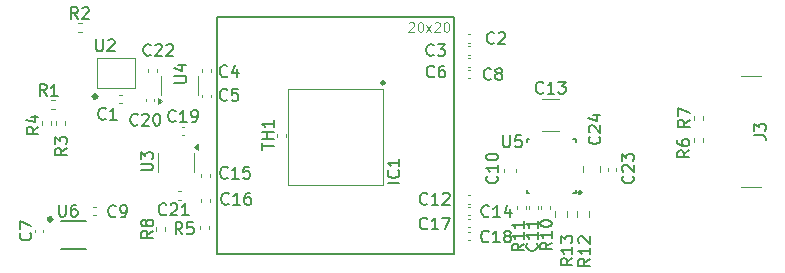
<source format=gbr>
%TF.GenerationSoftware,KiCad,Pcbnew,8.0.1*%
%TF.CreationDate,2024-04-08T01:45:07-04:00*%
%TF.ProjectId,NerdNOS,4e657264-4e4f-4532-9e6b-696361645f70,rev?*%
%TF.SameCoordinates,Original*%
%TF.FileFunction,Legend,Top*%
%TF.FilePolarity,Positive*%
%FSLAX46Y46*%
G04 Gerber Fmt 4.6, Leading zero omitted, Abs format (unit mm)*
G04 Created by KiCad (PCBNEW 8.0.1) date 2024-04-08 01:45:07*
%MOMM*%
%LPD*%
G01*
G04 APERTURE LIST*
%ADD10C,0.200000*%
%ADD11C,0.100000*%
%ADD12C,0.150000*%
%ADD13C,0.120000*%
%ADD14C,0.250000*%
%ADD15C,0.313180*%
%ADD16C,0.152400*%
%ADD17C,0.297065*%
G04 APERTURE END LIST*
D10*
X94300000Y-56100000D02*
X114300000Y-56100000D01*
X114300000Y-76100000D01*
X94300000Y-76100000D01*
X94300000Y-56100000D01*
D11*
X110518169Y-56573085D02*
X110556265Y-56534990D01*
X110556265Y-56534990D02*
X110632455Y-56496895D01*
X110632455Y-56496895D02*
X110822931Y-56496895D01*
X110822931Y-56496895D02*
X110899122Y-56534990D01*
X110899122Y-56534990D02*
X110937217Y-56573085D01*
X110937217Y-56573085D02*
X110975312Y-56649276D01*
X110975312Y-56649276D02*
X110975312Y-56725466D01*
X110975312Y-56725466D02*
X110937217Y-56839752D01*
X110937217Y-56839752D02*
X110480074Y-57296895D01*
X110480074Y-57296895D02*
X110975312Y-57296895D01*
X111470551Y-56496895D02*
X111546741Y-56496895D01*
X111546741Y-56496895D02*
X111622932Y-56534990D01*
X111622932Y-56534990D02*
X111661027Y-56573085D01*
X111661027Y-56573085D02*
X111699122Y-56649276D01*
X111699122Y-56649276D02*
X111737217Y-56801657D01*
X111737217Y-56801657D02*
X111737217Y-56992133D01*
X111737217Y-56992133D02*
X111699122Y-57144514D01*
X111699122Y-57144514D02*
X111661027Y-57220704D01*
X111661027Y-57220704D02*
X111622932Y-57258800D01*
X111622932Y-57258800D02*
X111546741Y-57296895D01*
X111546741Y-57296895D02*
X111470551Y-57296895D01*
X111470551Y-57296895D02*
X111394360Y-57258800D01*
X111394360Y-57258800D02*
X111356265Y-57220704D01*
X111356265Y-57220704D02*
X111318170Y-57144514D01*
X111318170Y-57144514D02*
X111280074Y-56992133D01*
X111280074Y-56992133D02*
X111280074Y-56801657D01*
X111280074Y-56801657D02*
X111318170Y-56649276D01*
X111318170Y-56649276D02*
X111356265Y-56573085D01*
X111356265Y-56573085D02*
X111394360Y-56534990D01*
X111394360Y-56534990D02*
X111470551Y-56496895D01*
X112003884Y-57296895D02*
X112422932Y-56763561D01*
X112003884Y-56763561D02*
X112422932Y-57296895D01*
X112689598Y-56573085D02*
X112727694Y-56534990D01*
X112727694Y-56534990D02*
X112803884Y-56496895D01*
X112803884Y-56496895D02*
X112994360Y-56496895D01*
X112994360Y-56496895D02*
X113070551Y-56534990D01*
X113070551Y-56534990D02*
X113108646Y-56573085D01*
X113108646Y-56573085D02*
X113146741Y-56649276D01*
X113146741Y-56649276D02*
X113146741Y-56725466D01*
X113146741Y-56725466D02*
X113108646Y-56839752D01*
X113108646Y-56839752D02*
X112651503Y-57296895D01*
X112651503Y-57296895D02*
X113146741Y-57296895D01*
X113641980Y-56496895D02*
X113718170Y-56496895D01*
X113718170Y-56496895D02*
X113794361Y-56534990D01*
X113794361Y-56534990D02*
X113832456Y-56573085D01*
X113832456Y-56573085D02*
X113870551Y-56649276D01*
X113870551Y-56649276D02*
X113908646Y-56801657D01*
X113908646Y-56801657D02*
X113908646Y-56992133D01*
X113908646Y-56992133D02*
X113870551Y-57144514D01*
X113870551Y-57144514D02*
X113832456Y-57220704D01*
X113832456Y-57220704D02*
X113794361Y-57258800D01*
X113794361Y-57258800D02*
X113718170Y-57296895D01*
X113718170Y-57296895D02*
X113641980Y-57296895D01*
X113641980Y-57296895D02*
X113565789Y-57258800D01*
X113565789Y-57258800D02*
X113527694Y-57220704D01*
X113527694Y-57220704D02*
X113489599Y-57144514D01*
X113489599Y-57144514D02*
X113451503Y-56992133D01*
X113451503Y-56992133D02*
X113451503Y-56801657D01*
X113451503Y-56801657D02*
X113489599Y-56649276D01*
X113489599Y-56649276D02*
X113527694Y-56573085D01*
X113527694Y-56573085D02*
X113565789Y-56534990D01*
X113565789Y-56534990D02*
X113641980Y-56496895D01*
D12*
X125854819Y-76542857D02*
X125378628Y-76876190D01*
X125854819Y-77114285D02*
X124854819Y-77114285D01*
X124854819Y-77114285D02*
X124854819Y-76733333D01*
X124854819Y-76733333D02*
X124902438Y-76638095D01*
X124902438Y-76638095D02*
X124950057Y-76590476D01*
X124950057Y-76590476D02*
X125045295Y-76542857D01*
X125045295Y-76542857D02*
X125188152Y-76542857D01*
X125188152Y-76542857D02*
X125283390Y-76590476D01*
X125283390Y-76590476D02*
X125331009Y-76638095D01*
X125331009Y-76638095D02*
X125378628Y-76733333D01*
X125378628Y-76733333D02*
X125378628Y-77114285D01*
X125854819Y-75590476D02*
X125854819Y-76161904D01*
X125854819Y-75876190D02*
X124854819Y-75876190D01*
X124854819Y-75876190D02*
X124997676Y-75971428D01*
X124997676Y-75971428D02*
X125092914Y-76066666D01*
X125092914Y-76066666D02*
X125140533Y-76161904D01*
X124950057Y-75209523D02*
X124902438Y-75161904D01*
X124902438Y-75161904D02*
X124854819Y-75066666D01*
X124854819Y-75066666D02*
X124854819Y-74828571D01*
X124854819Y-74828571D02*
X124902438Y-74733333D01*
X124902438Y-74733333D02*
X124950057Y-74685714D01*
X124950057Y-74685714D02*
X125045295Y-74638095D01*
X125045295Y-74638095D02*
X125140533Y-74638095D01*
X125140533Y-74638095D02*
X125283390Y-74685714D01*
X125283390Y-74685714D02*
X125854819Y-75257142D01*
X125854819Y-75257142D02*
X125854819Y-74638095D01*
X129459580Y-69542857D02*
X129507200Y-69590476D01*
X129507200Y-69590476D02*
X129554819Y-69733333D01*
X129554819Y-69733333D02*
X129554819Y-69828571D01*
X129554819Y-69828571D02*
X129507200Y-69971428D01*
X129507200Y-69971428D02*
X129411961Y-70066666D01*
X129411961Y-70066666D02*
X129316723Y-70114285D01*
X129316723Y-70114285D02*
X129126247Y-70161904D01*
X129126247Y-70161904D02*
X128983390Y-70161904D01*
X128983390Y-70161904D02*
X128792914Y-70114285D01*
X128792914Y-70114285D02*
X128697676Y-70066666D01*
X128697676Y-70066666D02*
X128602438Y-69971428D01*
X128602438Y-69971428D02*
X128554819Y-69828571D01*
X128554819Y-69828571D02*
X128554819Y-69733333D01*
X128554819Y-69733333D02*
X128602438Y-69590476D01*
X128602438Y-69590476D02*
X128650057Y-69542857D01*
X128650057Y-69161904D02*
X128602438Y-69114285D01*
X128602438Y-69114285D02*
X128554819Y-69019047D01*
X128554819Y-69019047D02*
X128554819Y-68780952D01*
X128554819Y-68780952D02*
X128602438Y-68685714D01*
X128602438Y-68685714D02*
X128650057Y-68638095D01*
X128650057Y-68638095D02*
X128745295Y-68590476D01*
X128745295Y-68590476D02*
X128840533Y-68590476D01*
X128840533Y-68590476D02*
X128983390Y-68638095D01*
X128983390Y-68638095D02*
X129554819Y-69209523D01*
X129554819Y-69209523D02*
X129554819Y-68590476D01*
X128554819Y-68257142D02*
X128554819Y-67638095D01*
X128554819Y-67638095D02*
X128935771Y-67971428D01*
X128935771Y-67971428D02*
X128935771Y-67828571D01*
X128935771Y-67828571D02*
X128983390Y-67733333D01*
X128983390Y-67733333D02*
X129031009Y-67685714D01*
X129031009Y-67685714D02*
X129126247Y-67638095D01*
X129126247Y-67638095D02*
X129364342Y-67638095D01*
X129364342Y-67638095D02*
X129459580Y-67685714D01*
X129459580Y-67685714D02*
X129507200Y-67733333D01*
X129507200Y-67733333D02*
X129554819Y-67828571D01*
X129554819Y-67828571D02*
X129554819Y-68114285D01*
X129554819Y-68114285D02*
X129507200Y-68209523D01*
X129507200Y-68209523D02*
X129459580Y-68257142D01*
X117959580Y-69542857D02*
X118007200Y-69590476D01*
X118007200Y-69590476D02*
X118054819Y-69733333D01*
X118054819Y-69733333D02*
X118054819Y-69828571D01*
X118054819Y-69828571D02*
X118007200Y-69971428D01*
X118007200Y-69971428D02*
X117911961Y-70066666D01*
X117911961Y-70066666D02*
X117816723Y-70114285D01*
X117816723Y-70114285D02*
X117626247Y-70161904D01*
X117626247Y-70161904D02*
X117483390Y-70161904D01*
X117483390Y-70161904D02*
X117292914Y-70114285D01*
X117292914Y-70114285D02*
X117197676Y-70066666D01*
X117197676Y-70066666D02*
X117102438Y-69971428D01*
X117102438Y-69971428D02*
X117054819Y-69828571D01*
X117054819Y-69828571D02*
X117054819Y-69733333D01*
X117054819Y-69733333D02*
X117102438Y-69590476D01*
X117102438Y-69590476D02*
X117150057Y-69542857D01*
X118054819Y-68590476D02*
X118054819Y-69161904D01*
X118054819Y-68876190D02*
X117054819Y-68876190D01*
X117054819Y-68876190D02*
X117197676Y-68971428D01*
X117197676Y-68971428D02*
X117292914Y-69066666D01*
X117292914Y-69066666D02*
X117340533Y-69161904D01*
X117054819Y-67971428D02*
X117054819Y-67876190D01*
X117054819Y-67876190D02*
X117102438Y-67780952D01*
X117102438Y-67780952D02*
X117150057Y-67733333D01*
X117150057Y-67733333D02*
X117245295Y-67685714D01*
X117245295Y-67685714D02*
X117435771Y-67638095D01*
X117435771Y-67638095D02*
X117673866Y-67638095D01*
X117673866Y-67638095D02*
X117864342Y-67685714D01*
X117864342Y-67685714D02*
X117959580Y-67733333D01*
X117959580Y-67733333D02*
X118007200Y-67780952D01*
X118007200Y-67780952D02*
X118054819Y-67876190D01*
X118054819Y-67876190D02*
X118054819Y-67971428D01*
X118054819Y-67971428D02*
X118007200Y-68066666D01*
X118007200Y-68066666D02*
X117959580Y-68114285D01*
X117959580Y-68114285D02*
X117864342Y-68161904D01*
X117864342Y-68161904D02*
X117673866Y-68209523D01*
X117673866Y-68209523D02*
X117435771Y-68209523D01*
X117435771Y-68209523D02*
X117245295Y-68161904D01*
X117245295Y-68161904D02*
X117150057Y-68114285D01*
X117150057Y-68114285D02*
X117102438Y-68066666D01*
X117102438Y-68066666D02*
X117054819Y-67971428D01*
X98054819Y-67285713D02*
X98054819Y-66714285D01*
X99054819Y-66999999D02*
X98054819Y-66999999D01*
X99054819Y-66380951D02*
X98054819Y-66380951D01*
X98531009Y-66380951D02*
X98531009Y-65809523D01*
X99054819Y-65809523D02*
X98054819Y-65809523D01*
X99054819Y-64809523D02*
X99054819Y-65380951D01*
X99054819Y-65095237D02*
X98054819Y-65095237D01*
X98054819Y-65095237D02*
X98197676Y-65190475D01*
X98197676Y-65190475D02*
X98292914Y-65285713D01*
X98292914Y-65285713D02*
X98340533Y-65380951D01*
X88854819Y-74166666D02*
X88378628Y-74499999D01*
X88854819Y-74738094D02*
X87854819Y-74738094D01*
X87854819Y-74738094D02*
X87854819Y-74357142D01*
X87854819Y-74357142D02*
X87902438Y-74261904D01*
X87902438Y-74261904D02*
X87950057Y-74214285D01*
X87950057Y-74214285D02*
X88045295Y-74166666D01*
X88045295Y-74166666D02*
X88188152Y-74166666D01*
X88188152Y-74166666D02*
X88283390Y-74214285D01*
X88283390Y-74214285D02*
X88331009Y-74261904D01*
X88331009Y-74261904D02*
X88378628Y-74357142D01*
X88378628Y-74357142D02*
X88378628Y-74738094D01*
X88283390Y-73595237D02*
X88235771Y-73690475D01*
X88235771Y-73690475D02*
X88188152Y-73738094D01*
X88188152Y-73738094D02*
X88092914Y-73785713D01*
X88092914Y-73785713D02*
X88045295Y-73785713D01*
X88045295Y-73785713D02*
X87950057Y-73738094D01*
X87950057Y-73738094D02*
X87902438Y-73690475D01*
X87902438Y-73690475D02*
X87854819Y-73595237D01*
X87854819Y-73595237D02*
X87854819Y-73404761D01*
X87854819Y-73404761D02*
X87902438Y-73309523D01*
X87902438Y-73309523D02*
X87950057Y-73261904D01*
X87950057Y-73261904D02*
X88045295Y-73214285D01*
X88045295Y-73214285D02*
X88092914Y-73214285D01*
X88092914Y-73214285D02*
X88188152Y-73261904D01*
X88188152Y-73261904D02*
X88235771Y-73309523D01*
X88235771Y-73309523D02*
X88283390Y-73404761D01*
X88283390Y-73404761D02*
X88283390Y-73595237D01*
X88283390Y-73595237D02*
X88331009Y-73690475D01*
X88331009Y-73690475D02*
X88378628Y-73738094D01*
X88378628Y-73738094D02*
X88473866Y-73785713D01*
X88473866Y-73785713D02*
X88664342Y-73785713D01*
X88664342Y-73785713D02*
X88759580Y-73738094D01*
X88759580Y-73738094D02*
X88807200Y-73690475D01*
X88807200Y-73690475D02*
X88854819Y-73595237D01*
X88854819Y-73595237D02*
X88854819Y-73404761D01*
X88854819Y-73404761D02*
X88807200Y-73309523D01*
X88807200Y-73309523D02*
X88759580Y-73261904D01*
X88759580Y-73261904D02*
X88664342Y-73214285D01*
X88664342Y-73214285D02*
X88473866Y-73214285D01*
X88473866Y-73214285D02*
X88378628Y-73261904D01*
X88378628Y-73261904D02*
X88331009Y-73309523D01*
X88331009Y-73309523D02*
X88283390Y-73404761D01*
X90654819Y-61624404D02*
X91464342Y-61624404D01*
X91464342Y-61624404D02*
X91559580Y-61576785D01*
X91559580Y-61576785D02*
X91607200Y-61529166D01*
X91607200Y-61529166D02*
X91654819Y-61433928D01*
X91654819Y-61433928D02*
X91654819Y-61243452D01*
X91654819Y-61243452D02*
X91607200Y-61148214D01*
X91607200Y-61148214D02*
X91559580Y-61100595D01*
X91559580Y-61100595D02*
X91464342Y-61052976D01*
X91464342Y-61052976D02*
X90654819Y-61052976D01*
X90988152Y-60148214D02*
X91654819Y-60148214D01*
X90607200Y-60386309D02*
X91321485Y-60624404D01*
X91321485Y-60624404D02*
X91321485Y-60005357D01*
X134284819Y-64766666D02*
X133808628Y-65099999D01*
X134284819Y-65338094D02*
X133284819Y-65338094D01*
X133284819Y-65338094D02*
X133284819Y-64957142D01*
X133284819Y-64957142D02*
X133332438Y-64861904D01*
X133332438Y-64861904D02*
X133380057Y-64814285D01*
X133380057Y-64814285D02*
X133475295Y-64766666D01*
X133475295Y-64766666D02*
X133618152Y-64766666D01*
X133618152Y-64766666D02*
X133713390Y-64814285D01*
X133713390Y-64814285D02*
X133761009Y-64861904D01*
X133761009Y-64861904D02*
X133808628Y-64957142D01*
X133808628Y-64957142D02*
X133808628Y-65338094D01*
X133284819Y-64433332D02*
X133284819Y-63766666D01*
X133284819Y-63766666D02*
X134284819Y-64195237D01*
X95133333Y-63059580D02*
X95085714Y-63107200D01*
X95085714Y-63107200D02*
X94942857Y-63154819D01*
X94942857Y-63154819D02*
X94847619Y-63154819D01*
X94847619Y-63154819D02*
X94704762Y-63107200D01*
X94704762Y-63107200D02*
X94609524Y-63011961D01*
X94609524Y-63011961D02*
X94561905Y-62916723D01*
X94561905Y-62916723D02*
X94514286Y-62726247D01*
X94514286Y-62726247D02*
X94514286Y-62583390D01*
X94514286Y-62583390D02*
X94561905Y-62392914D01*
X94561905Y-62392914D02*
X94609524Y-62297676D01*
X94609524Y-62297676D02*
X94704762Y-62202438D01*
X94704762Y-62202438D02*
X94847619Y-62154819D01*
X94847619Y-62154819D02*
X94942857Y-62154819D01*
X94942857Y-62154819D02*
X95085714Y-62202438D01*
X95085714Y-62202438D02*
X95133333Y-62250057D01*
X96038095Y-62154819D02*
X95561905Y-62154819D01*
X95561905Y-62154819D02*
X95514286Y-62631009D01*
X95514286Y-62631009D02*
X95561905Y-62583390D01*
X95561905Y-62583390D02*
X95657143Y-62535771D01*
X95657143Y-62535771D02*
X95895238Y-62535771D01*
X95895238Y-62535771D02*
X95990476Y-62583390D01*
X95990476Y-62583390D02*
X96038095Y-62631009D01*
X96038095Y-62631009D02*
X96085714Y-62726247D01*
X96085714Y-62726247D02*
X96085714Y-62964342D01*
X96085714Y-62964342D02*
X96038095Y-63059580D01*
X96038095Y-63059580D02*
X95990476Y-63107200D01*
X95990476Y-63107200D02*
X95895238Y-63154819D01*
X95895238Y-63154819D02*
X95657143Y-63154819D01*
X95657143Y-63154819D02*
X95561905Y-63107200D01*
X95561905Y-63107200D02*
X95514286Y-63059580D01*
X112653333Y-61079580D02*
X112605714Y-61127200D01*
X112605714Y-61127200D02*
X112462857Y-61174819D01*
X112462857Y-61174819D02*
X112367619Y-61174819D01*
X112367619Y-61174819D02*
X112224762Y-61127200D01*
X112224762Y-61127200D02*
X112129524Y-61031961D01*
X112129524Y-61031961D02*
X112081905Y-60936723D01*
X112081905Y-60936723D02*
X112034286Y-60746247D01*
X112034286Y-60746247D02*
X112034286Y-60603390D01*
X112034286Y-60603390D02*
X112081905Y-60412914D01*
X112081905Y-60412914D02*
X112129524Y-60317676D01*
X112129524Y-60317676D02*
X112224762Y-60222438D01*
X112224762Y-60222438D02*
X112367619Y-60174819D01*
X112367619Y-60174819D02*
X112462857Y-60174819D01*
X112462857Y-60174819D02*
X112605714Y-60222438D01*
X112605714Y-60222438D02*
X112653333Y-60270057D01*
X113510476Y-60174819D02*
X113320000Y-60174819D01*
X113320000Y-60174819D02*
X113224762Y-60222438D01*
X113224762Y-60222438D02*
X113177143Y-60270057D01*
X113177143Y-60270057D02*
X113081905Y-60412914D01*
X113081905Y-60412914D02*
X113034286Y-60603390D01*
X113034286Y-60603390D02*
X113034286Y-60984342D01*
X113034286Y-60984342D02*
X113081905Y-61079580D01*
X113081905Y-61079580D02*
X113129524Y-61127200D01*
X113129524Y-61127200D02*
X113224762Y-61174819D01*
X113224762Y-61174819D02*
X113415238Y-61174819D01*
X113415238Y-61174819D02*
X113510476Y-61127200D01*
X113510476Y-61127200D02*
X113558095Y-61079580D01*
X113558095Y-61079580D02*
X113605714Y-60984342D01*
X113605714Y-60984342D02*
X113605714Y-60746247D01*
X113605714Y-60746247D02*
X113558095Y-60651009D01*
X113558095Y-60651009D02*
X113510476Y-60603390D01*
X113510476Y-60603390D02*
X113415238Y-60555771D01*
X113415238Y-60555771D02*
X113224762Y-60555771D01*
X113224762Y-60555771D02*
X113129524Y-60603390D01*
X113129524Y-60603390D02*
X113081905Y-60651009D01*
X113081905Y-60651009D02*
X113034286Y-60746247D01*
X79833333Y-62754819D02*
X79500000Y-62278628D01*
X79261905Y-62754819D02*
X79261905Y-61754819D01*
X79261905Y-61754819D02*
X79642857Y-61754819D01*
X79642857Y-61754819D02*
X79738095Y-61802438D01*
X79738095Y-61802438D02*
X79785714Y-61850057D01*
X79785714Y-61850057D02*
X79833333Y-61945295D01*
X79833333Y-61945295D02*
X79833333Y-62088152D01*
X79833333Y-62088152D02*
X79785714Y-62183390D01*
X79785714Y-62183390D02*
X79738095Y-62231009D01*
X79738095Y-62231009D02*
X79642857Y-62278628D01*
X79642857Y-62278628D02*
X79261905Y-62278628D01*
X80785714Y-62754819D02*
X80214286Y-62754819D01*
X80500000Y-62754819D02*
X80500000Y-61754819D01*
X80500000Y-61754819D02*
X80404762Y-61897676D01*
X80404762Y-61897676D02*
X80309524Y-61992914D01*
X80309524Y-61992914D02*
X80214286Y-62040533D01*
X78459580Y-74366666D02*
X78507200Y-74414285D01*
X78507200Y-74414285D02*
X78554819Y-74557142D01*
X78554819Y-74557142D02*
X78554819Y-74652380D01*
X78554819Y-74652380D02*
X78507200Y-74795237D01*
X78507200Y-74795237D02*
X78411961Y-74890475D01*
X78411961Y-74890475D02*
X78316723Y-74938094D01*
X78316723Y-74938094D02*
X78126247Y-74985713D01*
X78126247Y-74985713D02*
X77983390Y-74985713D01*
X77983390Y-74985713D02*
X77792914Y-74938094D01*
X77792914Y-74938094D02*
X77697676Y-74890475D01*
X77697676Y-74890475D02*
X77602438Y-74795237D01*
X77602438Y-74795237D02*
X77554819Y-74652380D01*
X77554819Y-74652380D02*
X77554819Y-74557142D01*
X77554819Y-74557142D02*
X77602438Y-74414285D01*
X77602438Y-74414285D02*
X77650057Y-74366666D01*
X77554819Y-74033332D02*
X77554819Y-73366666D01*
X77554819Y-73366666D02*
X78554819Y-73795237D01*
X117733333Y-58259580D02*
X117685714Y-58307200D01*
X117685714Y-58307200D02*
X117542857Y-58354819D01*
X117542857Y-58354819D02*
X117447619Y-58354819D01*
X117447619Y-58354819D02*
X117304762Y-58307200D01*
X117304762Y-58307200D02*
X117209524Y-58211961D01*
X117209524Y-58211961D02*
X117161905Y-58116723D01*
X117161905Y-58116723D02*
X117114286Y-57926247D01*
X117114286Y-57926247D02*
X117114286Y-57783390D01*
X117114286Y-57783390D02*
X117161905Y-57592914D01*
X117161905Y-57592914D02*
X117209524Y-57497676D01*
X117209524Y-57497676D02*
X117304762Y-57402438D01*
X117304762Y-57402438D02*
X117447619Y-57354819D01*
X117447619Y-57354819D02*
X117542857Y-57354819D01*
X117542857Y-57354819D02*
X117685714Y-57402438D01*
X117685714Y-57402438D02*
X117733333Y-57450057D01*
X118114286Y-57450057D02*
X118161905Y-57402438D01*
X118161905Y-57402438D02*
X118257143Y-57354819D01*
X118257143Y-57354819D02*
X118495238Y-57354819D01*
X118495238Y-57354819D02*
X118590476Y-57402438D01*
X118590476Y-57402438D02*
X118638095Y-57450057D01*
X118638095Y-57450057D02*
X118685714Y-57545295D01*
X118685714Y-57545295D02*
X118685714Y-57640533D01*
X118685714Y-57640533D02*
X118638095Y-57783390D01*
X118638095Y-57783390D02*
X118066667Y-58354819D01*
X118066667Y-58354819D02*
X118685714Y-58354819D01*
X134254819Y-67366666D02*
X133778628Y-67699999D01*
X134254819Y-67938094D02*
X133254819Y-67938094D01*
X133254819Y-67938094D02*
X133254819Y-67557142D01*
X133254819Y-67557142D02*
X133302438Y-67461904D01*
X133302438Y-67461904D02*
X133350057Y-67414285D01*
X133350057Y-67414285D02*
X133445295Y-67366666D01*
X133445295Y-67366666D02*
X133588152Y-67366666D01*
X133588152Y-67366666D02*
X133683390Y-67414285D01*
X133683390Y-67414285D02*
X133731009Y-67461904D01*
X133731009Y-67461904D02*
X133778628Y-67557142D01*
X133778628Y-67557142D02*
X133778628Y-67938094D01*
X133254819Y-66509523D02*
X133254819Y-66699999D01*
X133254819Y-66699999D02*
X133302438Y-66795237D01*
X133302438Y-66795237D02*
X133350057Y-66842856D01*
X133350057Y-66842856D02*
X133492914Y-66938094D01*
X133492914Y-66938094D02*
X133683390Y-66985713D01*
X133683390Y-66985713D02*
X134064342Y-66985713D01*
X134064342Y-66985713D02*
X134159580Y-66938094D01*
X134159580Y-66938094D02*
X134207200Y-66890475D01*
X134207200Y-66890475D02*
X134254819Y-66795237D01*
X134254819Y-66795237D02*
X134254819Y-66604761D01*
X134254819Y-66604761D02*
X134207200Y-66509523D01*
X134207200Y-66509523D02*
X134159580Y-66461904D01*
X134159580Y-66461904D02*
X134064342Y-66414285D01*
X134064342Y-66414285D02*
X133826247Y-66414285D01*
X133826247Y-66414285D02*
X133731009Y-66461904D01*
X133731009Y-66461904D02*
X133683390Y-66509523D01*
X133683390Y-66509523D02*
X133635771Y-66604761D01*
X133635771Y-66604761D02*
X133635771Y-66795237D01*
X133635771Y-66795237D02*
X133683390Y-66890475D01*
X133683390Y-66890475D02*
X133731009Y-66938094D01*
X133731009Y-66938094D02*
X133826247Y-66985713D01*
X87557142Y-65159580D02*
X87509523Y-65207200D01*
X87509523Y-65207200D02*
X87366666Y-65254819D01*
X87366666Y-65254819D02*
X87271428Y-65254819D01*
X87271428Y-65254819D02*
X87128571Y-65207200D01*
X87128571Y-65207200D02*
X87033333Y-65111961D01*
X87033333Y-65111961D02*
X86985714Y-65016723D01*
X86985714Y-65016723D02*
X86938095Y-64826247D01*
X86938095Y-64826247D02*
X86938095Y-64683390D01*
X86938095Y-64683390D02*
X86985714Y-64492914D01*
X86985714Y-64492914D02*
X87033333Y-64397676D01*
X87033333Y-64397676D02*
X87128571Y-64302438D01*
X87128571Y-64302438D02*
X87271428Y-64254819D01*
X87271428Y-64254819D02*
X87366666Y-64254819D01*
X87366666Y-64254819D02*
X87509523Y-64302438D01*
X87509523Y-64302438D02*
X87557142Y-64350057D01*
X87938095Y-64350057D02*
X87985714Y-64302438D01*
X87985714Y-64302438D02*
X88080952Y-64254819D01*
X88080952Y-64254819D02*
X88319047Y-64254819D01*
X88319047Y-64254819D02*
X88414285Y-64302438D01*
X88414285Y-64302438D02*
X88461904Y-64350057D01*
X88461904Y-64350057D02*
X88509523Y-64445295D01*
X88509523Y-64445295D02*
X88509523Y-64540533D01*
X88509523Y-64540533D02*
X88461904Y-64683390D01*
X88461904Y-64683390D02*
X87890476Y-65254819D01*
X87890476Y-65254819D02*
X88509523Y-65254819D01*
X89128571Y-64254819D02*
X89223809Y-64254819D01*
X89223809Y-64254819D02*
X89319047Y-64302438D01*
X89319047Y-64302438D02*
X89366666Y-64350057D01*
X89366666Y-64350057D02*
X89414285Y-64445295D01*
X89414285Y-64445295D02*
X89461904Y-64635771D01*
X89461904Y-64635771D02*
X89461904Y-64873866D01*
X89461904Y-64873866D02*
X89414285Y-65064342D01*
X89414285Y-65064342D02*
X89366666Y-65159580D01*
X89366666Y-65159580D02*
X89319047Y-65207200D01*
X89319047Y-65207200D02*
X89223809Y-65254819D01*
X89223809Y-65254819D02*
X89128571Y-65254819D01*
X89128571Y-65254819D02*
X89033333Y-65207200D01*
X89033333Y-65207200D02*
X88985714Y-65159580D01*
X88985714Y-65159580D02*
X88938095Y-65064342D01*
X88938095Y-65064342D02*
X88890476Y-64873866D01*
X88890476Y-64873866D02*
X88890476Y-64635771D01*
X88890476Y-64635771D02*
X88938095Y-64445295D01*
X88938095Y-64445295D02*
X88985714Y-64350057D01*
X88985714Y-64350057D02*
X89033333Y-64302438D01*
X89033333Y-64302438D02*
X89128571Y-64254819D01*
X91333333Y-74454819D02*
X91000000Y-73978628D01*
X90761905Y-74454819D02*
X90761905Y-73454819D01*
X90761905Y-73454819D02*
X91142857Y-73454819D01*
X91142857Y-73454819D02*
X91238095Y-73502438D01*
X91238095Y-73502438D02*
X91285714Y-73550057D01*
X91285714Y-73550057D02*
X91333333Y-73645295D01*
X91333333Y-73645295D02*
X91333333Y-73788152D01*
X91333333Y-73788152D02*
X91285714Y-73883390D01*
X91285714Y-73883390D02*
X91238095Y-73931009D01*
X91238095Y-73931009D02*
X91142857Y-73978628D01*
X91142857Y-73978628D02*
X90761905Y-73978628D01*
X92238095Y-73454819D02*
X91761905Y-73454819D01*
X91761905Y-73454819D02*
X91714286Y-73931009D01*
X91714286Y-73931009D02*
X91761905Y-73883390D01*
X91761905Y-73883390D02*
X91857143Y-73835771D01*
X91857143Y-73835771D02*
X92095238Y-73835771D01*
X92095238Y-73835771D02*
X92190476Y-73883390D01*
X92190476Y-73883390D02*
X92238095Y-73931009D01*
X92238095Y-73931009D02*
X92285714Y-74026247D01*
X92285714Y-74026247D02*
X92285714Y-74264342D01*
X92285714Y-74264342D02*
X92238095Y-74359580D01*
X92238095Y-74359580D02*
X92190476Y-74407200D01*
X92190476Y-74407200D02*
X92095238Y-74454819D01*
X92095238Y-74454819D02*
X91857143Y-74454819D01*
X91857143Y-74454819D02*
X91761905Y-74407200D01*
X91761905Y-74407200D02*
X91714286Y-74359580D01*
X118508095Y-66084819D02*
X118508095Y-66894342D01*
X118508095Y-66894342D02*
X118555714Y-66989580D01*
X118555714Y-66989580D02*
X118603333Y-67037200D01*
X118603333Y-67037200D02*
X118698571Y-67084819D01*
X118698571Y-67084819D02*
X118889047Y-67084819D01*
X118889047Y-67084819D02*
X118984285Y-67037200D01*
X118984285Y-67037200D02*
X119031904Y-66989580D01*
X119031904Y-66989580D02*
X119079523Y-66894342D01*
X119079523Y-66894342D02*
X119079523Y-66084819D01*
X120031904Y-66084819D02*
X119555714Y-66084819D01*
X119555714Y-66084819D02*
X119508095Y-66561009D01*
X119508095Y-66561009D02*
X119555714Y-66513390D01*
X119555714Y-66513390D02*
X119650952Y-66465771D01*
X119650952Y-66465771D02*
X119889047Y-66465771D01*
X119889047Y-66465771D02*
X119984285Y-66513390D01*
X119984285Y-66513390D02*
X120031904Y-66561009D01*
X120031904Y-66561009D02*
X120079523Y-66656247D01*
X120079523Y-66656247D02*
X120079523Y-66894342D01*
X120079523Y-66894342D02*
X120031904Y-66989580D01*
X120031904Y-66989580D02*
X119984285Y-67037200D01*
X119984285Y-67037200D02*
X119889047Y-67084819D01*
X119889047Y-67084819D02*
X119650952Y-67084819D01*
X119650952Y-67084819D02*
X119555714Y-67037200D01*
X119555714Y-67037200D02*
X119508095Y-66989580D01*
X139754819Y-66083333D02*
X140469104Y-66083333D01*
X140469104Y-66083333D02*
X140611961Y-66130952D01*
X140611961Y-66130952D02*
X140707200Y-66226190D01*
X140707200Y-66226190D02*
X140754819Y-66369047D01*
X140754819Y-66369047D02*
X140754819Y-66464285D01*
X139754819Y-65702380D02*
X139754819Y-65083333D01*
X139754819Y-65083333D02*
X140135771Y-65416666D01*
X140135771Y-65416666D02*
X140135771Y-65273809D01*
X140135771Y-65273809D02*
X140183390Y-65178571D01*
X140183390Y-65178571D02*
X140231009Y-65130952D01*
X140231009Y-65130952D02*
X140326247Y-65083333D01*
X140326247Y-65083333D02*
X140564342Y-65083333D01*
X140564342Y-65083333D02*
X140659580Y-65130952D01*
X140659580Y-65130952D02*
X140707200Y-65178571D01*
X140707200Y-65178571D02*
X140754819Y-65273809D01*
X140754819Y-65273809D02*
X140754819Y-65559523D01*
X140754819Y-65559523D02*
X140707200Y-65654761D01*
X140707200Y-65654761D02*
X140659580Y-65702380D01*
X117257142Y-75059580D02*
X117209523Y-75107200D01*
X117209523Y-75107200D02*
X117066666Y-75154819D01*
X117066666Y-75154819D02*
X116971428Y-75154819D01*
X116971428Y-75154819D02*
X116828571Y-75107200D01*
X116828571Y-75107200D02*
X116733333Y-75011961D01*
X116733333Y-75011961D02*
X116685714Y-74916723D01*
X116685714Y-74916723D02*
X116638095Y-74726247D01*
X116638095Y-74726247D02*
X116638095Y-74583390D01*
X116638095Y-74583390D02*
X116685714Y-74392914D01*
X116685714Y-74392914D02*
X116733333Y-74297676D01*
X116733333Y-74297676D02*
X116828571Y-74202438D01*
X116828571Y-74202438D02*
X116971428Y-74154819D01*
X116971428Y-74154819D02*
X117066666Y-74154819D01*
X117066666Y-74154819D02*
X117209523Y-74202438D01*
X117209523Y-74202438D02*
X117257142Y-74250057D01*
X118209523Y-75154819D02*
X117638095Y-75154819D01*
X117923809Y-75154819D02*
X117923809Y-74154819D01*
X117923809Y-74154819D02*
X117828571Y-74297676D01*
X117828571Y-74297676D02*
X117733333Y-74392914D01*
X117733333Y-74392914D02*
X117638095Y-74440533D01*
X118780952Y-74583390D02*
X118685714Y-74535771D01*
X118685714Y-74535771D02*
X118638095Y-74488152D01*
X118638095Y-74488152D02*
X118590476Y-74392914D01*
X118590476Y-74392914D02*
X118590476Y-74345295D01*
X118590476Y-74345295D02*
X118638095Y-74250057D01*
X118638095Y-74250057D02*
X118685714Y-74202438D01*
X118685714Y-74202438D02*
X118780952Y-74154819D01*
X118780952Y-74154819D02*
X118971428Y-74154819D01*
X118971428Y-74154819D02*
X119066666Y-74202438D01*
X119066666Y-74202438D02*
X119114285Y-74250057D01*
X119114285Y-74250057D02*
X119161904Y-74345295D01*
X119161904Y-74345295D02*
X119161904Y-74392914D01*
X119161904Y-74392914D02*
X119114285Y-74488152D01*
X119114285Y-74488152D02*
X119066666Y-74535771D01*
X119066666Y-74535771D02*
X118971428Y-74583390D01*
X118971428Y-74583390D02*
X118780952Y-74583390D01*
X118780952Y-74583390D02*
X118685714Y-74631009D01*
X118685714Y-74631009D02*
X118638095Y-74678628D01*
X118638095Y-74678628D02*
X118590476Y-74773866D01*
X118590476Y-74773866D02*
X118590476Y-74964342D01*
X118590476Y-74964342D02*
X118638095Y-75059580D01*
X118638095Y-75059580D02*
X118685714Y-75107200D01*
X118685714Y-75107200D02*
X118780952Y-75154819D01*
X118780952Y-75154819D02*
X118971428Y-75154819D01*
X118971428Y-75154819D02*
X119066666Y-75107200D01*
X119066666Y-75107200D02*
X119114285Y-75059580D01*
X119114285Y-75059580D02*
X119161904Y-74964342D01*
X119161904Y-74964342D02*
X119161904Y-74773866D01*
X119161904Y-74773866D02*
X119114285Y-74678628D01*
X119114285Y-74678628D02*
X119066666Y-74631009D01*
X119066666Y-74631009D02*
X118971428Y-74583390D01*
X95157142Y-69659580D02*
X95109523Y-69707200D01*
X95109523Y-69707200D02*
X94966666Y-69754819D01*
X94966666Y-69754819D02*
X94871428Y-69754819D01*
X94871428Y-69754819D02*
X94728571Y-69707200D01*
X94728571Y-69707200D02*
X94633333Y-69611961D01*
X94633333Y-69611961D02*
X94585714Y-69516723D01*
X94585714Y-69516723D02*
X94538095Y-69326247D01*
X94538095Y-69326247D02*
X94538095Y-69183390D01*
X94538095Y-69183390D02*
X94585714Y-68992914D01*
X94585714Y-68992914D02*
X94633333Y-68897676D01*
X94633333Y-68897676D02*
X94728571Y-68802438D01*
X94728571Y-68802438D02*
X94871428Y-68754819D01*
X94871428Y-68754819D02*
X94966666Y-68754819D01*
X94966666Y-68754819D02*
X95109523Y-68802438D01*
X95109523Y-68802438D02*
X95157142Y-68850057D01*
X96109523Y-69754819D02*
X95538095Y-69754819D01*
X95823809Y-69754819D02*
X95823809Y-68754819D01*
X95823809Y-68754819D02*
X95728571Y-68897676D01*
X95728571Y-68897676D02*
X95633333Y-68992914D01*
X95633333Y-68992914D02*
X95538095Y-69040533D01*
X97014285Y-68754819D02*
X96538095Y-68754819D01*
X96538095Y-68754819D02*
X96490476Y-69231009D01*
X96490476Y-69231009D02*
X96538095Y-69183390D01*
X96538095Y-69183390D02*
X96633333Y-69135771D01*
X96633333Y-69135771D02*
X96871428Y-69135771D01*
X96871428Y-69135771D02*
X96966666Y-69183390D01*
X96966666Y-69183390D02*
X97014285Y-69231009D01*
X97014285Y-69231009D02*
X97061904Y-69326247D01*
X97061904Y-69326247D02*
X97061904Y-69564342D01*
X97061904Y-69564342D02*
X97014285Y-69659580D01*
X97014285Y-69659580D02*
X96966666Y-69707200D01*
X96966666Y-69707200D02*
X96871428Y-69754819D01*
X96871428Y-69754819D02*
X96633333Y-69754819D01*
X96633333Y-69754819D02*
X96538095Y-69707200D01*
X96538095Y-69707200D02*
X96490476Y-69659580D01*
X121339580Y-75222857D02*
X121387200Y-75270476D01*
X121387200Y-75270476D02*
X121434819Y-75413333D01*
X121434819Y-75413333D02*
X121434819Y-75508571D01*
X121434819Y-75508571D02*
X121387200Y-75651428D01*
X121387200Y-75651428D02*
X121291961Y-75746666D01*
X121291961Y-75746666D02*
X121196723Y-75794285D01*
X121196723Y-75794285D02*
X121006247Y-75841904D01*
X121006247Y-75841904D02*
X120863390Y-75841904D01*
X120863390Y-75841904D02*
X120672914Y-75794285D01*
X120672914Y-75794285D02*
X120577676Y-75746666D01*
X120577676Y-75746666D02*
X120482438Y-75651428D01*
X120482438Y-75651428D02*
X120434819Y-75508571D01*
X120434819Y-75508571D02*
X120434819Y-75413333D01*
X120434819Y-75413333D02*
X120482438Y-75270476D01*
X120482438Y-75270476D02*
X120530057Y-75222857D01*
X121434819Y-74270476D02*
X121434819Y-74841904D01*
X121434819Y-74556190D02*
X120434819Y-74556190D01*
X120434819Y-74556190D02*
X120577676Y-74651428D01*
X120577676Y-74651428D02*
X120672914Y-74746666D01*
X120672914Y-74746666D02*
X120720533Y-74841904D01*
X121434819Y-73318095D02*
X121434819Y-73889523D01*
X121434819Y-73603809D02*
X120434819Y-73603809D01*
X120434819Y-73603809D02*
X120577676Y-73699047D01*
X120577676Y-73699047D02*
X120672914Y-73794285D01*
X120672914Y-73794285D02*
X120720533Y-73889523D01*
X112057142Y-73959580D02*
X112009523Y-74007200D01*
X112009523Y-74007200D02*
X111866666Y-74054819D01*
X111866666Y-74054819D02*
X111771428Y-74054819D01*
X111771428Y-74054819D02*
X111628571Y-74007200D01*
X111628571Y-74007200D02*
X111533333Y-73911961D01*
X111533333Y-73911961D02*
X111485714Y-73816723D01*
X111485714Y-73816723D02*
X111438095Y-73626247D01*
X111438095Y-73626247D02*
X111438095Y-73483390D01*
X111438095Y-73483390D02*
X111485714Y-73292914D01*
X111485714Y-73292914D02*
X111533333Y-73197676D01*
X111533333Y-73197676D02*
X111628571Y-73102438D01*
X111628571Y-73102438D02*
X111771428Y-73054819D01*
X111771428Y-73054819D02*
X111866666Y-73054819D01*
X111866666Y-73054819D02*
X112009523Y-73102438D01*
X112009523Y-73102438D02*
X112057142Y-73150057D01*
X113009523Y-74054819D02*
X112438095Y-74054819D01*
X112723809Y-74054819D02*
X112723809Y-73054819D01*
X112723809Y-73054819D02*
X112628571Y-73197676D01*
X112628571Y-73197676D02*
X112533333Y-73292914D01*
X112533333Y-73292914D02*
X112438095Y-73340533D01*
X113342857Y-73054819D02*
X114009523Y-73054819D01*
X114009523Y-73054819D02*
X113580952Y-74054819D01*
X112613333Y-59259580D02*
X112565714Y-59307200D01*
X112565714Y-59307200D02*
X112422857Y-59354819D01*
X112422857Y-59354819D02*
X112327619Y-59354819D01*
X112327619Y-59354819D02*
X112184762Y-59307200D01*
X112184762Y-59307200D02*
X112089524Y-59211961D01*
X112089524Y-59211961D02*
X112041905Y-59116723D01*
X112041905Y-59116723D02*
X111994286Y-58926247D01*
X111994286Y-58926247D02*
X111994286Y-58783390D01*
X111994286Y-58783390D02*
X112041905Y-58592914D01*
X112041905Y-58592914D02*
X112089524Y-58497676D01*
X112089524Y-58497676D02*
X112184762Y-58402438D01*
X112184762Y-58402438D02*
X112327619Y-58354819D01*
X112327619Y-58354819D02*
X112422857Y-58354819D01*
X112422857Y-58354819D02*
X112565714Y-58402438D01*
X112565714Y-58402438D02*
X112613333Y-58450057D01*
X112946667Y-58354819D02*
X113565714Y-58354819D01*
X113565714Y-58354819D02*
X113232381Y-58735771D01*
X113232381Y-58735771D02*
X113375238Y-58735771D01*
X113375238Y-58735771D02*
X113470476Y-58783390D01*
X113470476Y-58783390D02*
X113518095Y-58831009D01*
X113518095Y-58831009D02*
X113565714Y-58926247D01*
X113565714Y-58926247D02*
X113565714Y-59164342D01*
X113565714Y-59164342D02*
X113518095Y-59259580D01*
X113518095Y-59259580D02*
X113470476Y-59307200D01*
X113470476Y-59307200D02*
X113375238Y-59354819D01*
X113375238Y-59354819D02*
X113089524Y-59354819D01*
X113089524Y-59354819D02*
X112994286Y-59307200D01*
X112994286Y-59307200D02*
X112946667Y-59259580D01*
X84038094Y-57954819D02*
X84038094Y-58764342D01*
X84038094Y-58764342D02*
X84085713Y-58859580D01*
X84085713Y-58859580D02*
X84133332Y-58907200D01*
X84133332Y-58907200D02*
X84228570Y-58954819D01*
X84228570Y-58954819D02*
X84419046Y-58954819D01*
X84419046Y-58954819D02*
X84514284Y-58907200D01*
X84514284Y-58907200D02*
X84561903Y-58859580D01*
X84561903Y-58859580D02*
X84609522Y-58764342D01*
X84609522Y-58764342D02*
X84609522Y-57954819D01*
X85038094Y-58050057D02*
X85085713Y-58002438D01*
X85085713Y-58002438D02*
X85180951Y-57954819D01*
X85180951Y-57954819D02*
X85419046Y-57954819D01*
X85419046Y-57954819D02*
X85514284Y-58002438D01*
X85514284Y-58002438D02*
X85561903Y-58050057D01*
X85561903Y-58050057D02*
X85609522Y-58145295D01*
X85609522Y-58145295D02*
X85609522Y-58240533D01*
X85609522Y-58240533D02*
X85561903Y-58383390D01*
X85561903Y-58383390D02*
X84990475Y-58954819D01*
X84990475Y-58954819D02*
X85609522Y-58954819D01*
X79154819Y-65366666D02*
X78678628Y-65699999D01*
X79154819Y-65938094D02*
X78154819Y-65938094D01*
X78154819Y-65938094D02*
X78154819Y-65557142D01*
X78154819Y-65557142D02*
X78202438Y-65461904D01*
X78202438Y-65461904D02*
X78250057Y-65414285D01*
X78250057Y-65414285D02*
X78345295Y-65366666D01*
X78345295Y-65366666D02*
X78488152Y-65366666D01*
X78488152Y-65366666D02*
X78583390Y-65414285D01*
X78583390Y-65414285D02*
X78631009Y-65461904D01*
X78631009Y-65461904D02*
X78678628Y-65557142D01*
X78678628Y-65557142D02*
X78678628Y-65938094D01*
X78488152Y-64509523D02*
X79154819Y-64509523D01*
X78107200Y-64747618D02*
X78821485Y-64985713D01*
X78821485Y-64985713D02*
X78821485Y-64366666D01*
X84833333Y-64659580D02*
X84785714Y-64707200D01*
X84785714Y-64707200D02*
X84642857Y-64754819D01*
X84642857Y-64754819D02*
X84547619Y-64754819D01*
X84547619Y-64754819D02*
X84404762Y-64707200D01*
X84404762Y-64707200D02*
X84309524Y-64611961D01*
X84309524Y-64611961D02*
X84261905Y-64516723D01*
X84261905Y-64516723D02*
X84214286Y-64326247D01*
X84214286Y-64326247D02*
X84214286Y-64183390D01*
X84214286Y-64183390D02*
X84261905Y-63992914D01*
X84261905Y-63992914D02*
X84309524Y-63897676D01*
X84309524Y-63897676D02*
X84404762Y-63802438D01*
X84404762Y-63802438D02*
X84547619Y-63754819D01*
X84547619Y-63754819D02*
X84642857Y-63754819D01*
X84642857Y-63754819D02*
X84785714Y-63802438D01*
X84785714Y-63802438D02*
X84833333Y-63850057D01*
X85785714Y-64754819D02*
X85214286Y-64754819D01*
X85500000Y-64754819D02*
X85500000Y-63754819D01*
X85500000Y-63754819D02*
X85404762Y-63897676D01*
X85404762Y-63897676D02*
X85309524Y-63992914D01*
X85309524Y-63992914D02*
X85214286Y-64040533D01*
X122624819Y-75162857D02*
X122148628Y-75496190D01*
X122624819Y-75734285D02*
X121624819Y-75734285D01*
X121624819Y-75734285D02*
X121624819Y-75353333D01*
X121624819Y-75353333D02*
X121672438Y-75258095D01*
X121672438Y-75258095D02*
X121720057Y-75210476D01*
X121720057Y-75210476D02*
X121815295Y-75162857D01*
X121815295Y-75162857D02*
X121958152Y-75162857D01*
X121958152Y-75162857D02*
X122053390Y-75210476D01*
X122053390Y-75210476D02*
X122101009Y-75258095D01*
X122101009Y-75258095D02*
X122148628Y-75353333D01*
X122148628Y-75353333D02*
X122148628Y-75734285D01*
X122624819Y-74210476D02*
X122624819Y-74781904D01*
X122624819Y-74496190D02*
X121624819Y-74496190D01*
X121624819Y-74496190D02*
X121767676Y-74591428D01*
X121767676Y-74591428D02*
X121862914Y-74686666D01*
X121862914Y-74686666D02*
X121910533Y-74781904D01*
X121624819Y-73591428D02*
X121624819Y-73496190D01*
X121624819Y-73496190D02*
X121672438Y-73400952D01*
X121672438Y-73400952D02*
X121720057Y-73353333D01*
X121720057Y-73353333D02*
X121815295Y-73305714D01*
X121815295Y-73305714D02*
X122005771Y-73258095D01*
X122005771Y-73258095D02*
X122243866Y-73258095D01*
X122243866Y-73258095D02*
X122434342Y-73305714D01*
X122434342Y-73305714D02*
X122529580Y-73353333D01*
X122529580Y-73353333D02*
X122577200Y-73400952D01*
X122577200Y-73400952D02*
X122624819Y-73496190D01*
X122624819Y-73496190D02*
X122624819Y-73591428D01*
X122624819Y-73591428D02*
X122577200Y-73686666D01*
X122577200Y-73686666D02*
X122529580Y-73734285D01*
X122529580Y-73734285D02*
X122434342Y-73781904D01*
X122434342Y-73781904D02*
X122243866Y-73829523D01*
X122243866Y-73829523D02*
X122005771Y-73829523D01*
X122005771Y-73829523D02*
X121815295Y-73781904D01*
X121815295Y-73781904D02*
X121720057Y-73734285D01*
X121720057Y-73734285D02*
X121672438Y-73686666D01*
X121672438Y-73686666D02*
X121624819Y-73591428D01*
X121877142Y-62449580D02*
X121829523Y-62497200D01*
X121829523Y-62497200D02*
X121686666Y-62544819D01*
X121686666Y-62544819D02*
X121591428Y-62544819D01*
X121591428Y-62544819D02*
X121448571Y-62497200D01*
X121448571Y-62497200D02*
X121353333Y-62401961D01*
X121353333Y-62401961D02*
X121305714Y-62306723D01*
X121305714Y-62306723D02*
X121258095Y-62116247D01*
X121258095Y-62116247D02*
X121258095Y-61973390D01*
X121258095Y-61973390D02*
X121305714Y-61782914D01*
X121305714Y-61782914D02*
X121353333Y-61687676D01*
X121353333Y-61687676D02*
X121448571Y-61592438D01*
X121448571Y-61592438D02*
X121591428Y-61544819D01*
X121591428Y-61544819D02*
X121686666Y-61544819D01*
X121686666Y-61544819D02*
X121829523Y-61592438D01*
X121829523Y-61592438D02*
X121877142Y-61640057D01*
X122829523Y-62544819D02*
X122258095Y-62544819D01*
X122543809Y-62544819D02*
X122543809Y-61544819D01*
X122543809Y-61544819D02*
X122448571Y-61687676D01*
X122448571Y-61687676D02*
X122353333Y-61782914D01*
X122353333Y-61782914D02*
X122258095Y-61830533D01*
X123162857Y-61544819D02*
X123781904Y-61544819D01*
X123781904Y-61544819D02*
X123448571Y-61925771D01*
X123448571Y-61925771D02*
X123591428Y-61925771D01*
X123591428Y-61925771D02*
X123686666Y-61973390D01*
X123686666Y-61973390D02*
X123734285Y-62021009D01*
X123734285Y-62021009D02*
X123781904Y-62116247D01*
X123781904Y-62116247D02*
X123781904Y-62354342D01*
X123781904Y-62354342D02*
X123734285Y-62449580D01*
X123734285Y-62449580D02*
X123686666Y-62497200D01*
X123686666Y-62497200D02*
X123591428Y-62544819D01*
X123591428Y-62544819D02*
X123305714Y-62544819D01*
X123305714Y-62544819D02*
X123210476Y-62497200D01*
X123210476Y-62497200D02*
X123162857Y-62449580D01*
X89957142Y-72759580D02*
X89909523Y-72807200D01*
X89909523Y-72807200D02*
X89766666Y-72854819D01*
X89766666Y-72854819D02*
X89671428Y-72854819D01*
X89671428Y-72854819D02*
X89528571Y-72807200D01*
X89528571Y-72807200D02*
X89433333Y-72711961D01*
X89433333Y-72711961D02*
X89385714Y-72616723D01*
X89385714Y-72616723D02*
X89338095Y-72426247D01*
X89338095Y-72426247D02*
X89338095Y-72283390D01*
X89338095Y-72283390D02*
X89385714Y-72092914D01*
X89385714Y-72092914D02*
X89433333Y-71997676D01*
X89433333Y-71997676D02*
X89528571Y-71902438D01*
X89528571Y-71902438D02*
X89671428Y-71854819D01*
X89671428Y-71854819D02*
X89766666Y-71854819D01*
X89766666Y-71854819D02*
X89909523Y-71902438D01*
X89909523Y-71902438D02*
X89957142Y-71950057D01*
X90338095Y-71950057D02*
X90385714Y-71902438D01*
X90385714Y-71902438D02*
X90480952Y-71854819D01*
X90480952Y-71854819D02*
X90719047Y-71854819D01*
X90719047Y-71854819D02*
X90814285Y-71902438D01*
X90814285Y-71902438D02*
X90861904Y-71950057D01*
X90861904Y-71950057D02*
X90909523Y-72045295D01*
X90909523Y-72045295D02*
X90909523Y-72140533D01*
X90909523Y-72140533D02*
X90861904Y-72283390D01*
X90861904Y-72283390D02*
X90290476Y-72854819D01*
X90290476Y-72854819D02*
X90909523Y-72854819D01*
X91861904Y-72854819D02*
X91290476Y-72854819D01*
X91576190Y-72854819D02*
X91576190Y-71854819D01*
X91576190Y-71854819D02*
X91480952Y-71997676D01*
X91480952Y-71997676D02*
X91385714Y-72092914D01*
X91385714Y-72092914D02*
X91290476Y-72140533D01*
X81554819Y-67166666D02*
X81078628Y-67499999D01*
X81554819Y-67738094D02*
X80554819Y-67738094D01*
X80554819Y-67738094D02*
X80554819Y-67357142D01*
X80554819Y-67357142D02*
X80602438Y-67261904D01*
X80602438Y-67261904D02*
X80650057Y-67214285D01*
X80650057Y-67214285D02*
X80745295Y-67166666D01*
X80745295Y-67166666D02*
X80888152Y-67166666D01*
X80888152Y-67166666D02*
X80983390Y-67214285D01*
X80983390Y-67214285D02*
X81031009Y-67261904D01*
X81031009Y-67261904D02*
X81078628Y-67357142D01*
X81078628Y-67357142D02*
X81078628Y-67738094D01*
X80554819Y-66833332D02*
X80554819Y-66214285D01*
X80554819Y-66214285D02*
X80935771Y-66547618D01*
X80935771Y-66547618D02*
X80935771Y-66404761D01*
X80935771Y-66404761D02*
X80983390Y-66309523D01*
X80983390Y-66309523D02*
X81031009Y-66261904D01*
X81031009Y-66261904D02*
X81126247Y-66214285D01*
X81126247Y-66214285D02*
X81364342Y-66214285D01*
X81364342Y-66214285D02*
X81459580Y-66261904D01*
X81459580Y-66261904D02*
X81507200Y-66309523D01*
X81507200Y-66309523D02*
X81554819Y-66404761D01*
X81554819Y-66404761D02*
X81554819Y-66690475D01*
X81554819Y-66690475D02*
X81507200Y-66785713D01*
X81507200Y-66785713D02*
X81459580Y-66833332D01*
X85683333Y-72909580D02*
X85635714Y-72957200D01*
X85635714Y-72957200D02*
X85492857Y-73004819D01*
X85492857Y-73004819D02*
X85397619Y-73004819D01*
X85397619Y-73004819D02*
X85254762Y-72957200D01*
X85254762Y-72957200D02*
X85159524Y-72861961D01*
X85159524Y-72861961D02*
X85111905Y-72766723D01*
X85111905Y-72766723D02*
X85064286Y-72576247D01*
X85064286Y-72576247D02*
X85064286Y-72433390D01*
X85064286Y-72433390D02*
X85111905Y-72242914D01*
X85111905Y-72242914D02*
X85159524Y-72147676D01*
X85159524Y-72147676D02*
X85254762Y-72052438D01*
X85254762Y-72052438D02*
X85397619Y-72004819D01*
X85397619Y-72004819D02*
X85492857Y-72004819D01*
X85492857Y-72004819D02*
X85635714Y-72052438D01*
X85635714Y-72052438D02*
X85683333Y-72100057D01*
X86159524Y-73004819D02*
X86350000Y-73004819D01*
X86350000Y-73004819D02*
X86445238Y-72957200D01*
X86445238Y-72957200D02*
X86492857Y-72909580D01*
X86492857Y-72909580D02*
X86588095Y-72766723D01*
X86588095Y-72766723D02*
X86635714Y-72576247D01*
X86635714Y-72576247D02*
X86635714Y-72195295D01*
X86635714Y-72195295D02*
X86588095Y-72100057D01*
X86588095Y-72100057D02*
X86540476Y-72052438D01*
X86540476Y-72052438D02*
X86445238Y-72004819D01*
X86445238Y-72004819D02*
X86254762Y-72004819D01*
X86254762Y-72004819D02*
X86159524Y-72052438D01*
X86159524Y-72052438D02*
X86111905Y-72100057D01*
X86111905Y-72100057D02*
X86064286Y-72195295D01*
X86064286Y-72195295D02*
X86064286Y-72433390D01*
X86064286Y-72433390D02*
X86111905Y-72528628D01*
X86111905Y-72528628D02*
X86159524Y-72576247D01*
X86159524Y-72576247D02*
X86254762Y-72623866D01*
X86254762Y-72623866D02*
X86445238Y-72623866D01*
X86445238Y-72623866D02*
X86540476Y-72576247D01*
X86540476Y-72576247D02*
X86588095Y-72528628D01*
X86588095Y-72528628D02*
X86635714Y-72433390D01*
X95133333Y-61059580D02*
X95085714Y-61107200D01*
X95085714Y-61107200D02*
X94942857Y-61154819D01*
X94942857Y-61154819D02*
X94847619Y-61154819D01*
X94847619Y-61154819D02*
X94704762Y-61107200D01*
X94704762Y-61107200D02*
X94609524Y-61011961D01*
X94609524Y-61011961D02*
X94561905Y-60916723D01*
X94561905Y-60916723D02*
X94514286Y-60726247D01*
X94514286Y-60726247D02*
X94514286Y-60583390D01*
X94514286Y-60583390D02*
X94561905Y-60392914D01*
X94561905Y-60392914D02*
X94609524Y-60297676D01*
X94609524Y-60297676D02*
X94704762Y-60202438D01*
X94704762Y-60202438D02*
X94847619Y-60154819D01*
X94847619Y-60154819D02*
X94942857Y-60154819D01*
X94942857Y-60154819D02*
X95085714Y-60202438D01*
X95085714Y-60202438D02*
X95133333Y-60250057D01*
X95990476Y-60488152D02*
X95990476Y-61154819D01*
X95752381Y-60107200D02*
X95514286Y-60821485D01*
X95514286Y-60821485D02*
X96133333Y-60821485D01*
X124354819Y-76472857D02*
X123878628Y-76806190D01*
X124354819Y-77044285D02*
X123354819Y-77044285D01*
X123354819Y-77044285D02*
X123354819Y-76663333D01*
X123354819Y-76663333D02*
X123402438Y-76568095D01*
X123402438Y-76568095D02*
X123450057Y-76520476D01*
X123450057Y-76520476D02*
X123545295Y-76472857D01*
X123545295Y-76472857D02*
X123688152Y-76472857D01*
X123688152Y-76472857D02*
X123783390Y-76520476D01*
X123783390Y-76520476D02*
X123831009Y-76568095D01*
X123831009Y-76568095D02*
X123878628Y-76663333D01*
X123878628Y-76663333D02*
X123878628Y-77044285D01*
X124354819Y-75520476D02*
X124354819Y-76091904D01*
X124354819Y-75806190D02*
X123354819Y-75806190D01*
X123354819Y-75806190D02*
X123497676Y-75901428D01*
X123497676Y-75901428D02*
X123592914Y-75996666D01*
X123592914Y-75996666D02*
X123640533Y-76091904D01*
X123354819Y-75187142D02*
X123354819Y-74568095D01*
X123354819Y-74568095D02*
X123735771Y-74901428D01*
X123735771Y-74901428D02*
X123735771Y-74758571D01*
X123735771Y-74758571D02*
X123783390Y-74663333D01*
X123783390Y-74663333D02*
X123831009Y-74615714D01*
X123831009Y-74615714D02*
X123926247Y-74568095D01*
X123926247Y-74568095D02*
X124164342Y-74568095D01*
X124164342Y-74568095D02*
X124259580Y-74615714D01*
X124259580Y-74615714D02*
X124307200Y-74663333D01*
X124307200Y-74663333D02*
X124354819Y-74758571D01*
X124354819Y-74758571D02*
X124354819Y-75044285D01*
X124354819Y-75044285D02*
X124307200Y-75139523D01*
X124307200Y-75139523D02*
X124259580Y-75187142D01*
X109709819Y-70109159D02*
X108709819Y-70109159D01*
X109614580Y-69061541D02*
X109662200Y-69109160D01*
X109662200Y-69109160D02*
X109709819Y-69252017D01*
X109709819Y-69252017D02*
X109709819Y-69347255D01*
X109709819Y-69347255D02*
X109662200Y-69490112D01*
X109662200Y-69490112D02*
X109566961Y-69585350D01*
X109566961Y-69585350D02*
X109471723Y-69632969D01*
X109471723Y-69632969D02*
X109281247Y-69680588D01*
X109281247Y-69680588D02*
X109138390Y-69680588D01*
X109138390Y-69680588D02*
X108947914Y-69632969D01*
X108947914Y-69632969D02*
X108852676Y-69585350D01*
X108852676Y-69585350D02*
X108757438Y-69490112D01*
X108757438Y-69490112D02*
X108709819Y-69347255D01*
X108709819Y-69347255D02*
X108709819Y-69252017D01*
X108709819Y-69252017D02*
X108757438Y-69109160D01*
X108757438Y-69109160D02*
X108805057Y-69061541D01*
X109709819Y-68109160D02*
X109709819Y-68680588D01*
X109709819Y-68394874D02*
X108709819Y-68394874D01*
X108709819Y-68394874D02*
X108852676Y-68490112D01*
X108852676Y-68490112D02*
X108947914Y-68585350D01*
X108947914Y-68585350D02*
X108995533Y-68680588D01*
X80888095Y-71964819D02*
X80888095Y-72774342D01*
X80888095Y-72774342D02*
X80935714Y-72869580D01*
X80935714Y-72869580D02*
X80983333Y-72917200D01*
X80983333Y-72917200D02*
X81078571Y-72964819D01*
X81078571Y-72964819D02*
X81269047Y-72964819D01*
X81269047Y-72964819D02*
X81364285Y-72917200D01*
X81364285Y-72917200D02*
X81411904Y-72869580D01*
X81411904Y-72869580D02*
X81459523Y-72774342D01*
X81459523Y-72774342D02*
X81459523Y-71964819D01*
X82364285Y-71964819D02*
X82173809Y-71964819D01*
X82173809Y-71964819D02*
X82078571Y-72012438D01*
X82078571Y-72012438D02*
X82030952Y-72060057D01*
X82030952Y-72060057D02*
X81935714Y-72202914D01*
X81935714Y-72202914D02*
X81888095Y-72393390D01*
X81888095Y-72393390D02*
X81888095Y-72774342D01*
X81888095Y-72774342D02*
X81935714Y-72869580D01*
X81935714Y-72869580D02*
X81983333Y-72917200D01*
X81983333Y-72917200D02*
X82078571Y-72964819D01*
X82078571Y-72964819D02*
X82269047Y-72964819D01*
X82269047Y-72964819D02*
X82364285Y-72917200D01*
X82364285Y-72917200D02*
X82411904Y-72869580D01*
X82411904Y-72869580D02*
X82459523Y-72774342D01*
X82459523Y-72774342D02*
X82459523Y-72536247D01*
X82459523Y-72536247D02*
X82411904Y-72441009D01*
X82411904Y-72441009D02*
X82364285Y-72393390D01*
X82364285Y-72393390D02*
X82269047Y-72345771D01*
X82269047Y-72345771D02*
X82078571Y-72345771D01*
X82078571Y-72345771D02*
X81983333Y-72393390D01*
X81983333Y-72393390D02*
X81935714Y-72441009D01*
X81935714Y-72441009D02*
X81888095Y-72536247D01*
X90757142Y-64859580D02*
X90709523Y-64907200D01*
X90709523Y-64907200D02*
X90566666Y-64954819D01*
X90566666Y-64954819D02*
X90471428Y-64954819D01*
X90471428Y-64954819D02*
X90328571Y-64907200D01*
X90328571Y-64907200D02*
X90233333Y-64811961D01*
X90233333Y-64811961D02*
X90185714Y-64716723D01*
X90185714Y-64716723D02*
X90138095Y-64526247D01*
X90138095Y-64526247D02*
X90138095Y-64383390D01*
X90138095Y-64383390D02*
X90185714Y-64192914D01*
X90185714Y-64192914D02*
X90233333Y-64097676D01*
X90233333Y-64097676D02*
X90328571Y-64002438D01*
X90328571Y-64002438D02*
X90471428Y-63954819D01*
X90471428Y-63954819D02*
X90566666Y-63954819D01*
X90566666Y-63954819D02*
X90709523Y-64002438D01*
X90709523Y-64002438D02*
X90757142Y-64050057D01*
X91709523Y-64954819D02*
X91138095Y-64954819D01*
X91423809Y-64954819D02*
X91423809Y-63954819D01*
X91423809Y-63954819D02*
X91328571Y-64097676D01*
X91328571Y-64097676D02*
X91233333Y-64192914D01*
X91233333Y-64192914D02*
X91138095Y-64240533D01*
X92185714Y-64954819D02*
X92376190Y-64954819D01*
X92376190Y-64954819D02*
X92471428Y-64907200D01*
X92471428Y-64907200D02*
X92519047Y-64859580D01*
X92519047Y-64859580D02*
X92614285Y-64716723D01*
X92614285Y-64716723D02*
X92661904Y-64526247D01*
X92661904Y-64526247D02*
X92661904Y-64145295D01*
X92661904Y-64145295D02*
X92614285Y-64050057D01*
X92614285Y-64050057D02*
X92566666Y-64002438D01*
X92566666Y-64002438D02*
X92471428Y-63954819D01*
X92471428Y-63954819D02*
X92280952Y-63954819D01*
X92280952Y-63954819D02*
X92185714Y-64002438D01*
X92185714Y-64002438D02*
X92138095Y-64050057D01*
X92138095Y-64050057D02*
X92090476Y-64145295D01*
X92090476Y-64145295D02*
X92090476Y-64383390D01*
X92090476Y-64383390D02*
X92138095Y-64478628D01*
X92138095Y-64478628D02*
X92185714Y-64526247D01*
X92185714Y-64526247D02*
X92280952Y-64573866D01*
X92280952Y-64573866D02*
X92471428Y-64573866D01*
X92471428Y-64573866D02*
X92566666Y-64526247D01*
X92566666Y-64526247D02*
X92614285Y-64478628D01*
X92614285Y-64478628D02*
X92661904Y-64383390D01*
X88657142Y-59259580D02*
X88609523Y-59307200D01*
X88609523Y-59307200D02*
X88466666Y-59354819D01*
X88466666Y-59354819D02*
X88371428Y-59354819D01*
X88371428Y-59354819D02*
X88228571Y-59307200D01*
X88228571Y-59307200D02*
X88133333Y-59211961D01*
X88133333Y-59211961D02*
X88085714Y-59116723D01*
X88085714Y-59116723D02*
X88038095Y-58926247D01*
X88038095Y-58926247D02*
X88038095Y-58783390D01*
X88038095Y-58783390D02*
X88085714Y-58592914D01*
X88085714Y-58592914D02*
X88133333Y-58497676D01*
X88133333Y-58497676D02*
X88228571Y-58402438D01*
X88228571Y-58402438D02*
X88371428Y-58354819D01*
X88371428Y-58354819D02*
X88466666Y-58354819D01*
X88466666Y-58354819D02*
X88609523Y-58402438D01*
X88609523Y-58402438D02*
X88657142Y-58450057D01*
X89038095Y-58450057D02*
X89085714Y-58402438D01*
X89085714Y-58402438D02*
X89180952Y-58354819D01*
X89180952Y-58354819D02*
X89419047Y-58354819D01*
X89419047Y-58354819D02*
X89514285Y-58402438D01*
X89514285Y-58402438D02*
X89561904Y-58450057D01*
X89561904Y-58450057D02*
X89609523Y-58545295D01*
X89609523Y-58545295D02*
X89609523Y-58640533D01*
X89609523Y-58640533D02*
X89561904Y-58783390D01*
X89561904Y-58783390D02*
X88990476Y-59354819D01*
X88990476Y-59354819D02*
X89609523Y-59354819D01*
X89990476Y-58450057D02*
X90038095Y-58402438D01*
X90038095Y-58402438D02*
X90133333Y-58354819D01*
X90133333Y-58354819D02*
X90371428Y-58354819D01*
X90371428Y-58354819D02*
X90466666Y-58402438D01*
X90466666Y-58402438D02*
X90514285Y-58450057D01*
X90514285Y-58450057D02*
X90561904Y-58545295D01*
X90561904Y-58545295D02*
X90561904Y-58640533D01*
X90561904Y-58640533D02*
X90514285Y-58783390D01*
X90514285Y-58783390D02*
X89942857Y-59354819D01*
X89942857Y-59354819D02*
X90561904Y-59354819D01*
X117277142Y-72919580D02*
X117229523Y-72967200D01*
X117229523Y-72967200D02*
X117086666Y-73014819D01*
X117086666Y-73014819D02*
X116991428Y-73014819D01*
X116991428Y-73014819D02*
X116848571Y-72967200D01*
X116848571Y-72967200D02*
X116753333Y-72871961D01*
X116753333Y-72871961D02*
X116705714Y-72776723D01*
X116705714Y-72776723D02*
X116658095Y-72586247D01*
X116658095Y-72586247D02*
X116658095Y-72443390D01*
X116658095Y-72443390D02*
X116705714Y-72252914D01*
X116705714Y-72252914D02*
X116753333Y-72157676D01*
X116753333Y-72157676D02*
X116848571Y-72062438D01*
X116848571Y-72062438D02*
X116991428Y-72014819D01*
X116991428Y-72014819D02*
X117086666Y-72014819D01*
X117086666Y-72014819D02*
X117229523Y-72062438D01*
X117229523Y-72062438D02*
X117277142Y-72110057D01*
X118229523Y-73014819D02*
X117658095Y-73014819D01*
X117943809Y-73014819D02*
X117943809Y-72014819D01*
X117943809Y-72014819D02*
X117848571Y-72157676D01*
X117848571Y-72157676D02*
X117753333Y-72252914D01*
X117753333Y-72252914D02*
X117658095Y-72300533D01*
X119086666Y-72348152D02*
X119086666Y-73014819D01*
X118848571Y-71967200D02*
X118610476Y-72681485D01*
X118610476Y-72681485D02*
X119229523Y-72681485D01*
X82483333Y-56244819D02*
X82150000Y-55768628D01*
X81911905Y-56244819D02*
X81911905Y-55244819D01*
X81911905Y-55244819D02*
X82292857Y-55244819D01*
X82292857Y-55244819D02*
X82388095Y-55292438D01*
X82388095Y-55292438D02*
X82435714Y-55340057D01*
X82435714Y-55340057D02*
X82483333Y-55435295D01*
X82483333Y-55435295D02*
X82483333Y-55578152D01*
X82483333Y-55578152D02*
X82435714Y-55673390D01*
X82435714Y-55673390D02*
X82388095Y-55721009D01*
X82388095Y-55721009D02*
X82292857Y-55768628D01*
X82292857Y-55768628D02*
X81911905Y-55768628D01*
X82864286Y-55340057D02*
X82911905Y-55292438D01*
X82911905Y-55292438D02*
X83007143Y-55244819D01*
X83007143Y-55244819D02*
X83245238Y-55244819D01*
X83245238Y-55244819D02*
X83340476Y-55292438D01*
X83340476Y-55292438D02*
X83388095Y-55340057D01*
X83388095Y-55340057D02*
X83435714Y-55435295D01*
X83435714Y-55435295D02*
X83435714Y-55530533D01*
X83435714Y-55530533D02*
X83388095Y-55673390D01*
X83388095Y-55673390D02*
X82816667Y-56244819D01*
X82816667Y-56244819D02*
X83435714Y-56244819D01*
X112057142Y-71859580D02*
X112009523Y-71907200D01*
X112009523Y-71907200D02*
X111866666Y-71954819D01*
X111866666Y-71954819D02*
X111771428Y-71954819D01*
X111771428Y-71954819D02*
X111628571Y-71907200D01*
X111628571Y-71907200D02*
X111533333Y-71811961D01*
X111533333Y-71811961D02*
X111485714Y-71716723D01*
X111485714Y-71716723D02*
X111438095Y-71526247D01*
X111438095Y-71526247D02*
X111438095Y-71383390D01*
X111438095Y-71383390D02*
X111485714Y-71192914D01*
X111485714Y-71192914D02*
X111533333Y-71097676D01*
X111533333Y-71097676D02*
X111628571Y-71002438D01*
X111628571Y-71002438D02*
X111771428Y-70954819D01*
X111771428Y-70954819D02*
X111866666Y-70954819D01*
X111866666Y-70954819D02*
X112009523Y-71002438D01*
X112009523Y-71002438D02*
X112057142Y-71050057D01*
X113009523Y-71954819D02*
X112438095Y-71954819D01*
X112723809Y-71954819D02*
X112723809Y-70954819D01*
X112723809Y-70954819D02*
X112628571Y-71097676D01*
X112628571Y-71097676D02*
X112533333Y-71192914D01*
X112533333Y-71192914D02*
X112438095Y-71240533D01*
X113390476Y-71050057D02*
X113438095Y-71002438D01*
X113438095Y-71002438D02*
X113533333Y-70954819D01*
X113533333Y-70954819D02*
X113771428Y-70954819D01*
X113771428Y-70954819D02*
X113866666Y-71002438D01*
X113866666Y-71002438D02*
X113914285Y-71050057D01*
X113914285Y-71050057D02*
X113961904Y-71145295D01*
X113961904Y-71145295D02*
X113961904Y-71240533D01*
X113961904Y-71240533D02*
X113914285Y-71383390D01*
X113914285Y-71383390D02*
X113342857Y-71954819D01*
X113342857Y-71954819D02*
X113961904Y-71954819D01*
X87824819Y-69061904D02*
X88634342Y-69061904D01*
X88634342Y-69061904D02*
X88729580Y-69014285D01*
X88729580Y-69014285D02*
X88777200Y-68966666D01*
X88777200Y-68966666D02*
X88824819Y-68871428D01*
X88824819Y-68871428D02*
X88824819Y-68680952D01*
X88824819Y-68680952D02*
X88777200Y-68585714D01*
X88777200Y-68585714D02*
X88729580Y-68538095D01*
X88729580Y-68538095D02*
X88634342Y-68490476D01*
X88634342Y-68490476D02*
X87824819Y-68490476D01*
X87824819Y-68109523D02*
X87824819Y-67490476D01*
X87824819Y-67490476D02*
X88205771Y-67823809D01*
X88205771Y-67823809D02*
X88205771Y-67680952D01*
X88205771Y-67680952D02*
X88253390Y-67585714D01*
X88253390Y-67585714D02*
X88301009Y-67538095D01*
X88301009Y-67538095D02*
X88396247Y-67490476D01*
X88396247Y-67490476D02*
X88634342Y-67490476D01*
X88634342Y-67490476D02*
X88729580Y-67538095D01*
X88729580Y-67538095D02*
X88777200Y-67585714D01*
X88777200Y-67585714D02*
X88824819Y-67680952D01*
X88824819Y-67680952D02*
X88824819Y-67966666D01*
X88824819Y-67966666D02*
X88777200Y-68061904D01*
X88777200Y-68061904D02*
X88729580Y-68109523D01*
X117463333Y-61289580D02*
X117415714Y-61337200D01*
X117415714Y-61337200D02*
X117272857Y-61384819D01*
X117272857Y-61384819D02*
X117177619Y-61384819D01*
X117177619Y-61384819D02*
X117034762Y-61337200D01*
X117034762Y-61337200D02*
X116939524Y-61241961D01*
X116939524Y-61241961D02*
X116891905Y-61146723D01*
X116891905Y-61146723D02*
X116844286Y-60956247D01*
X116844286Y-60956247D02*
X116844286Y-60813390D01*
X116844286Y-60813390D02*
X116891905Y-60622914D01*
X116891905Y-60622914D02*
X116939524Y-60527676D01*
X116939524Y-60527676D02*
X117034762Y-60432438D01*
X117034762Y-60432438D02*
X117177619Y-60384819D01*
X117177619Y-60384819D02*
X117272857Y-60384819D01*
X117272857Y-60384819D02*
X117415714Y-60432438D01*
X117415714Y-60432438D02*
X117463333Y-60480057D01*
X118034762Y-60813390D02*
X117939524Y-60765771D01*
X117939524Y-60765771D02*
X117891905Y-60718152D01*
X117891905Y-60718152D02*
X117844286Y-60622914D01*
X117844286Y-60622914D02*
X117844286Y-60575295D01*
X117844286Y-60575295D02*
X117891905Y-60480057D01*
X117891905Y-60480057D02*
X117939524Y-60432438D01*
X117939524Y-60432438D02*
X118034762Y-60384819D01*
X118034762Y-60384819D02*
X118225238Y-60384819D01*
X118225238Y-60384819D02*
X118320476Y-60432438D01*
X118320476Y-60432438D02*
X118368095Y-60480057D01*
X118368095Y-60480057D02*
X118415714Y-60575295D01*
X118415714Y-60575295D02*
X118415714Y-60622914D01*
X118415714Y-60622914D02*
X118368095Y-60718152D01*
X118368095Y-60718152D02*
X118320476Y-60765771D01*
X118320476Y-60765771D02*
X118225238Y-60813390D01*
X118225238Y-60813390D02*
X118034762Y-60813390D01*
X118034762Y-60813390D02*
X117939524Y-60861009D01*
X117939524Y-60861009D02*
X117891905Y-60908628D01*
X117891905Y-60908628D02*
X117844286Y-61003866D01*
X117844286Y-61003866D02*
X117844286Y-61194342D01*
X117844286Y-61194342D02*
X117891905Y-61289580D01*
X117891905Y-61289580D02*
X117939524Y-61337200D01*
X117939524Y-61337200D02*
X118034762Y-61384819D01*
X118034762Y-61384819D02*
X118225238Y-61384819D01*
X118225238Y-61384819D02*
X118320476Y-61337200D01*
X118320476Y-61337200D02*
X118368095Y-61289580D01*
X118368095Y-61289580D02*
X118415714Y-61194342D01*
X118415714Y-61194342D02*
X118415714Y-61003866D01*
X118415714Y-61003866D02*
X118368095Y-60908628D01*
X118368095Y-60908628D02*
X118320476Y-60861009D01*
X118320476Y-60861009D02*
X118225238Y-60813390D01*
X95257142Y-71859580D02*
X95209523Y-71907200D01*
X95209523Y-71907200D02*
X95066666Y-71954819D01*
X95066666Y-71954819D02*
X94971428Y-71954819D01*
X94971428Y-71954819D02*
X94828571Y-71907200D01*
X94828571Y-71907200D02*
X94733333Y-71811961D01*
X94733333Y-71811961D02*
X94685714Y-71716723D01*
X94685714Y-71716723D02*
X94638095Y-71526247D01*
X94638095Y-71526247D02*
X94638095Y-71383390D01*
X94638095Y-71383390D02*
X94685714Y-71192914D01*
X94685714Y-71192914D02*
X94733333Y-71097676D01*
X94733333Y-71097676D02*
X94828571Y-71002438D01*
X94828571Y-71002438D02*
X94971428Y-70954819D01*
X94971428Y-70954819D02*
X95066666Y-70954819D01*
X95066666Y-70954819D02*
X95209523Y-71002438D01*
X95209523Y-71002438D02*
X95257142Y-71050057D01*
X96209523Y-71954819D02*
X95638095Y-71954819D01*
X95923809Y-71954819D02*
X95923809Y-70954819D01*
X95923809Y-70954819D02*
X95828571Y-71097676D01*
X95828571Y-71097676D02*
X95733333Y-71192914D01*
X95733333Y-71192914D02*
X95638095Y-71240533D01*
X97066666Y-70954819D02*
X96876190Y-70954819D01*
X96876190Y-70954819D02*
X96780952Y-71002438D01*
X96780952Y-71002438D02*
X96733333Y-71050057D01*
X96733333Y-71050057D02*
X96638095Y-71192914D01*
X96638095Y-71192914D02*
X96590476Y-71383390D01*
X96590476Y-71383390D02*
X96590476Y-71764342D01*
X96590476Y-71764342D02*
X96638095Y-71859580D01*
X96638095Y-71859580D02*
X96685714Y-71907200D01*
X96685714Y-71907200D02*
X96780952Y-71954819D01*
X96780952Y-71954819D02*
X96971428Y-71954819D01*
X96971428Y-71954819D02*
X97066666Y-71907200D01*
X97066666Y-71907200D02*
X97114285Y-71859580D01*
X97114285Y-71859580D02*
X97161904Y-71764342D01*
X97161904Y-71764342D02*
X97161904Y-71526247D01*
X97161904Y-71526247D02*
X97114285Y-71431009D01*
X97114285Y-71431009D02*
X97066666Y-71383390D01*
X97066666Y-71383390D02*
X96971428Y-71335771D01*
X96971428Y-71335771D02*
X96780952Y-71335771D01*
X96780952Y-71335771D02*
X96685714Y-71383390D01*
X96685714Y-71383390D02*
X96638095Y-71431009D01*
X96638095Y-71431009D02*
X96590476Y-71526247D01*
X126639580Y-66202857D02*
X126687200Y-66250476D01*
X126687200Y-66250476D02*
X126734819Y-66393333D01*
X126734819Y-66393333D02*
X126734819Y-66488571D01*
X126734819Y-66488571D02*
X126687200Y-66631428D01*
X126687200Y-66631428D02*
X126591961Y-66726666D01*
X126591961Y-66726666D02*
X126496723Y-66774285D01*
X126496723Y-66774285D02*
X126306247Y-66821904D01*
X126306247Y-66821904D02*
X126163390Y-66821904D01*
X126163390Y-66821904D02*
X125972914Y-66774285D01*
X125972914Y-66774285D02*
X125877676Y-66726666D01*
X125877676Y-66726666D02*
X125782438Y-66631428D01*
X125782438Y-66631428D02*
X125734819Y-66488571D01*
X125734819Y-66488571D02*
X125734819Y-66393333D01*
X125734819Y-66393333D02*
X125782438Y-66250476D01*
X125782438Y-66250476D02*
X125830057Y-66202857D01*
X125830057Y-65821904D02*
X125782438Y-65774285D01*
X125782438Y-65774285D02*
X125734819Y-65679047D01*
X125734819Y-65679047D02*
X125734819Y-65440952D01*
X125734819Y-65440952D02*
X125782438Y-65345714D01*
X125782438Y-65345714D02*
X125830057Y-65298095D01*
X125830057Y-65298095D02*
X125925295Y-65250476D01*
X125925295Y-65250476D02*
X126020533Y-65250476D01*
X126020533Y-65250476D02*
X126163390Y-65298095D01*
X126163390Y-65298095D02*
X126734819Y-65869523D01*
X126734819Y-65869523D02*
X126734819Y-65250476D01*
X126068152Y-64393333D02*
X126734819Y-64393333D01*
X125687200Y-64631428D02*
X126401485Y-64869523D01*
X126401485Y-64869523D02*
X126401485Y-64250476D01*
X120254819Y-75262857D02*
X119778628Y-75596190D01*
X120254819Y-75834285D02*
X119254819Y-75834285D01*
X119254819Y-75834285D02*
X119254819Y-75453333D01*
X119254819Y-75453333D02*
X119302438Y-75358095D01*
X119302438Y-75358095D02*
X119350057Y-75310476D01*
X119350057Y-75310476D02*
X119445295Y-75262857D01*
X119445295Y-75262857D02*
X119588152Y-75262857D01*
X119588152Y-75262857D02*
X119683390Y-75310476D01*
X119683390Y-75310476D02*
X119731009Y-75358095D01*
X119731009Y-75358095D02*
X119778628Y-75453333D01*
X119778628Y-75453333D02*
X119778628Y-75834285D01*
X120254819Y-74310476D02*
X120254819Y-74881904D01*
X120254819Y-74596190D02*
X119254819Y-74596190D01*
X119254819Y-74596190D02*
X119397676Y-74691428D01*
X119397676Y-74691428D02*
X119492914Y-74786666D01*
X119492914Y-74786666D02*
X119540533Y-74881904D01*
X120254819Y-73358095D02*
X120254819Y-73929523D01*
X120254819Y-73643809D02*
X119254819Y-73643809D01*
X119254819Y-73643809D02*
X119397676Y-73739047D01*
X119397676Y-73739047D02*
X119492914Y-73834285D01*
X119492914Y-73834285D02*
X119540533Y-73929523D01*
D13*
%TO.C,R12*%
X124747500Y-72962258D02*
X124747500Y-72487742D01*
X125792500Y-72962258D02*
X125792500Y-72487742D01*
%TO.C,C23*%
X127340000Y-69077836D02*
X127340000Y-68862164D01*
X128060000Y-69077836D02*
X128060000Y-68862164D01*
%TO.C,C10*%
X119600000Y-68949420D02*
X119600000Y-69230580D01*
X118580000Y-68949420D02*
X118580000Y-69230580D01*
%TO.C,TH1*%
X100080000Y-65946359D02*
X100080000Y-66253641D01*
X99320000Y-65946359D02*
X99320000Y-66253641D01*
%TO.C,R8*%
X89880000Y-73846359D02*
X89880000Y-74153641D01*
X89120000Y-73846359D02*
X89120000Y-74153641D01*
%TO.C,U4*%
X89539999Y-61900000D02*
X89540000Y-61100000D01*
X89539999Y-61900000D02*
X89540000Y-62700000D01*
X92660001Y-61900000D02*
X92660000Y-61100000D01*
X92660001Y-61900000D02*
X92660000Y-62700000D01*
X89590000Y-63200000D02*
X89260000Y-63440000D01*
X89260000Y-62960000D01*
X89590000Y-63200000D01*
G36*
X89590000Y-63200000D02*
G01*
X89260000Y-63440000D01*
X89260000Y-62960000D01*
X89590000Y-63200000D01*
G37*
%TO.C,R7*%
X134620000Y-64753641D02*
X134620000Y-64446359D01*
X135380000Y-64753641D02*
X135380000Y-64446359D01*
%TO.C,C5*%
X93040000Y-62637564D02*
X93040000Y-62853236D01*
X93760000Y-62637564D02*
X93760000Y-62853236D01*
%TO.C,C6*%
X115707836Y-59540000D02*
X115492164Y-59540000D01*
X115707836Y-60260000D02*
X115492164Y-60260000D01*
%TO.C,R1*%
X80246359Y-63120000D02*
X80553641Y-63120000D01*
X80246359Y-63880000D02*
X80553641Y-63880000D01*
%TO.C,C7*%
X79560000Y-74092164D02*
X79560000Y-74307836D01*
X78840000Y-74092164D02*
X78840000Y-74307836D01*
%TO.C,C2*%
X115707836Y-57520000D02*
X115492164Y-57520000D01*
X115707836Y-58240000D02*
X115492164Y-58240000D01*
%TO.C,R6*%
X134620000Y-66346359D02*
X134620000Y-66653641D01*
X135380000Y-66346359D02*
X135380000Y-66653641D01*
%TO.C,C20*%
X88960000Y-62992164D02*
X88960000Y-63207836D01*
X88240000Y-62992164D02*
X88240000Y-63207836D01*
%TO.C,R5*%
X92820000Y-74053641D02*
X92820000Y-73746359D01*
X93580000Y-74053641D02*
X93580000Y-73746359D01*
D12*
%TO.C,U5*%
X120475001Y-66390001D02*
X120475001Y-66640000D01*
X120475001Y-70690000D02*
X120475001Y-70939999D01*
X120725001Y-66390001D02*
X120475001Y-66390001D01*
X120725001Y-70939999D02*
X120475001Y-70939999D01*
X124625001Y-66390001D02*
X124375001Y-66390001D01*
X124625001Y-66390001D02*
X124625001Y-66640000D01*
X124625001Y-70690000D02*
X124625001Y-70939999D01*
X124625001Y-70939999D02*
X124375001Y-70939999D01*
D14*
X125125002Y-70935000D02*
G75*
G02*
X124875000Y-70935000I-125001J0D01*
G01*
X124875000Y-70935000D02*
G75*
G02*
X125125002Y-70935000I125001J0D01*
G01*
D13*
%TO.C,J3*%
X140325000Y-61080000D02*
X138625000Y-61080000D01*
X140325000Y-70420000D02*
X138625000Y-70420000D01*
%TO.C,C18*%
X115492164Y-74240000D02*
X115707836Y-74240000D01*
X115492164Y-74960000D02*
X115707836Y-74960000D01*
%TO.C,C15*%
X92940000Y-69607836D02*
X92940000Y-69392164D01*
X93660000Y-69607836D02*
X93660000Y-69392164D01*
%TO.C,C11*%
X120710000Y-72072164D02*
X120710000Y-72287836D01*
X121430000Y-72072164D02*
X121430000Y-72287836D01*
%TO.C,C17*%
X115492164Y-73140000D02*
X115707836Y-73140000D01*
X115492164Y-73860000D02*
X115707836Y-73860000D01*
%TO.C,C3*%
X115707836Y-58540000D02*
X115492164Y-58540000D01*
X115707836Y-59260000D02*
X115492164Y-59260000D01*
%TO.C,U2*%
D15*
X84096590Y-62810001D02*
G75*
G02*
X83783410Y-62810001I-156590J0D01*
G01*
X83783410Y-62810001D02*
G75*
G02*
X84096590Y-62810001I156590J0D01*
G01*
D13*
X87300000Y-62050000D02*
X84100000Y-62050000D01*
X84100000Y-59550000D01*
X87300000Y-59550000D01*
X87300000Y-62050000D01*
%TO.C,R4*%
X79420000Y-64876359D02*
X79420000Y-65183641D01*
X80180000Y-64876359D02*
X80180000Y-65183641D01*
%TO.C,C1*%
X86227836Y-63360000D02*
X86012164Y-63360000D01*
X86227836Y-62640000D02*
X86012164Y-62640000D01*
%TO.C,R10*%
X121720000Y-72353641D02*
X121720000Y-72046359D01*
X122480000Y-72353641D02*
X122480000Y-72046359D01*
%TO.C,C13*%
X121808748Y-63030000D02*
X123231252Y-63030000D01*
X121808748Y-65750000D02*
X123231252Y-65750000D01*
%TO.C,C21*%
X91207836Y-70840000D02*
X90992164Y-70840000D01*
X91207836Y-71560000D02*
X90992164Y-71560000D01*
%TO.C,R3*%
X80620000Y-65183641D02*
X80620000Y-64876359D01*
X81380000Y-65183641D02*
X81380000Y-64876359D01*
%TO.C,C9*%
X84007836Y-72860000D02*
X83792164Y-72860000D01*
X84007836Y-72140000D02*
X83792164Y-72140000D01*
%TO.C,C4*%
X93040000Y-60492164D02*
X93040000Y-60707836D01*
X93760000Y-60492164D02*
X93760000Y-60707836D01*
%TO.C,R13*%
X122877500Y-72492742D02*
X122877500Y-72967258D01*
X123922500Y-72492742D02*
X123922500Y-72967258D01*
%TO.C,IC1*%
X100250000Y-62150000D02*
X108350000Y-62150000D01*
X100250000Y-70250000D02*
X100250000Y-62150000D01*
X108350000Y-62150000D02*
X108350000Y-70250000D01*
X108350000Y-70250000D02*
X100250000Y-70250000D01*
D14*
X108439000Y-61646000D02*
G75*
G02*
X108189000Y-61646000I-125000J0D01*
G01*
X108189000Y-61646000D02*
G75*
G02*
X108439000Y-61646000I125000J0D01*
G01*
D16*
%TO.C,U6*%
X81041677Y-75681100D02*
X83158323Y-75681100D01*
X83158323Y-73318900D02*
X81041677Y-73318900D01*
D17*
X80288532Y-73190000D02*
G75*
G02*
X79991468Y-73190000I-148532J0D01*
G01*
X79991468Y-73190000D02*
G75*
G02*
X80288532Y-73190000I148532J0D01*
G01*
D13*
%TO.C,C19*%
X91507836Y-65340000D02*
X91292164Y-65340000D01*
X91507836Y-66060000D02*
X91292164Y-66060000D01*
%TO.C,C22*%
X88440000Y-60492164D02*
X88440000Y-60707836D01*
X89160000Y-60492164D02*
X89160000Y-60707836D01*
%TO.C,C14*%
X115492164Y-72140000D02*
X115707836Y-72140000D01*
X115492164Y-72860000D02*
X115707836Y-72860000D01*
%TO.C,R2*%
X82496359Y-56580000D02*
X82803641Y-56580000D01*
X82496359Y-57340000D02*
X82803641Y-57340000D01*
%TO.C,C12*%
X115492164Y-71140000D02*
X115707836Y-71140000D01*
X115492164Y-71860000D02*
X115707836Y-71860000D01*
%TO.C,U3*%
X89239999Y-68400000D02*
X89240000Y-67600000D01*
X89239999Y-68400000D02*
X89240000Y-69200000D01*
X92360001Y-68400000D02*
X92360000Y-67600000D01*
X92360001Y-68400000D02*
X92360000Y-69200000D01*
X92640000Y-67340000D02*
X92310000Y-67100000D01*
X92640000Y-66860000D01*
X92640000Y-67340000D01*
G36*
X92640000Y-67340000D02*
G01*
X92310000Y-67100000D01*
X92640000Y-66860000D01*
X92640000Y-67340000D01*
G37*
%TO.C,C8*%
X115707836Y-60540000D02*
X115492164Y-60540000D01*
X115707836Y-61260000D02*
X115492164Y-61260000D01*
%TO.C,C16*%
X92940000Y-71492164D02*
X92940000Y-71707836D01*
X93660000Y-71492164D02*
X93660000Y-71707836D01*
%TO.C,C24*%
X125245000Y-69221252D02*
X125245000Y-68698748D01*
X126715000Y-69221252D02*
X126715000Y-68698748D01*
%TO.C,R11*%
X119660000Y-72036359D02*
X119660000Y-72343641D01*
X120420000Y-72036359D02*
X120420000Y-72343641D01*
%TD*%
M02*

</source>
